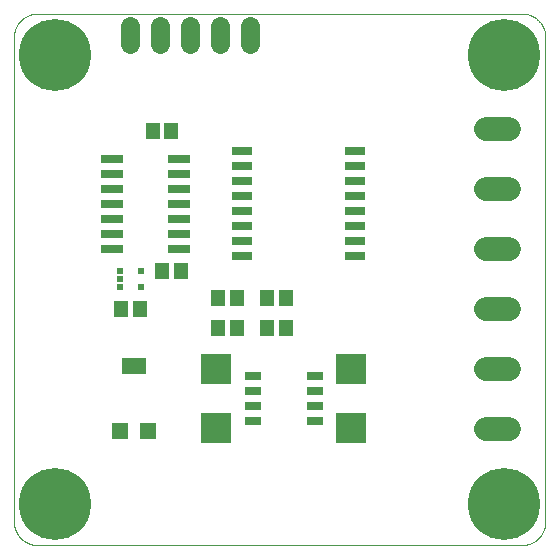
<source format=gts>
G75*
%MOIN*%
%OFA0B0*%
%FSLAX25Y25*%
%IPPOS*%
%LPD*%
%AMOC8*
5,1,8,0,0,1.08239X$1,22.5*
%
%ADD10C,0.00400*%
%ADD11R,0.04731X0.05518*%
%ADD12R,0.09849X0.09849*%
%ADD13R,0.07290X0.03156*%
%ADD14R,0.05518X0.02762*%
%ADD15R,0.07093X0.02959*%
%ADD16C,0.06337*%
%ADD17R,0.05518X0.05518*%
%ADD18R,0.08274X0.05518*%
%ADD19R,0.02369X0.02369*%
%ADD20R,0.02369X0.01975*%
%ADD21C,0.08077*%
%ADD22C,0.24022*%
D10*
X0024406Y0009130D02*
X0024406Y0170547D01*
X0024408Y0170737D01*
X0024415Y0170927D01*
X0024427Y0171117D01*
X0024443Y0171307D01*
X0024463Y0171496D01*
X0024489Y0171685D01*
X0024518Y0171873D01*
X0024553Y0172060D01*
X0024592Y0172246D01*
X0024635Y0172431D01*
X0024683Y0172616D01*
X0024735Y0172799D01*
X0024791Y0172980D01*
X0024852Y0173160D01*
X0024918Y0173339D01*
X0024987Y0173516D01*
X0025061Y0173692D01*
X0025139Y0173865D01*
X0025222Y0174037D01*
X0025308Y0174206D01*
X0025398Y0174374D01*
X0025493Y0174539D01*
X0025591Y0174702D01*
X0025694Y0174862D01*
X0025800Y0175020D01*
X0025910Y0175175D01*
X0026023Y0175328D01*
X0026141Y0175478D01*
X0026262Y0175624D01*
X0026386Y0175768D01*
X0026514Y0175909D01*
X0026645Y0176047D01*
X0026780Y0176182D01*
X0026918Y0176313D01*
X0027059Y0176441D01*
X0027203Y0176565D01*
X0027349Y0176686D01*
X0027499Y0176804D01*
X0027652Y0176917D01*
X0027807Y0177027D01*
X0027965Y0177133D01*
X0028125Y0177236D01*
X0028288Y0177334D01*
X0028453Y0177429D01*
X0028621Y0177519D01*
X0028790Y0177605D01*
X0028962Y0177688D01*
X0029135Y0177766D01*
X0029311Y0177840D01*
X0029488Y0177909D01*
X0029667Y0177975D01*
X0029847Y0178036D01*
X0030028Y0178092D01*
X0030211Y0178144D01*
X0030396Y0178192D01*
X0030581Y0178235D01*
X0030767Y0178274D01*
X0030954Y0178309D01*
X0031142Y0178338D01*
X0031331Y0178364D01*
X0031520Y0178384D01*
X0031710Y0178400D01*
X0031900Y0178412D01*
X0032090Y0178419D01*
X0032280Y0178421D01*
X0193698Y0178421D01*
X0193888Y0178419D01*
X0194078Y0178412D01*
X0194268Y0178400D01*
X0194458Y0178384D01*
X0194647Y0178364D01*
X0194836Y0178338D01*
X0195024Y0178309D01*
X0195211Y0178274D01*
X0195397Y0178235D01*
X0195582Y0178192D01*
X0195767Y0178144D01*
X0195950Y0178092D01*
X0196131Y0178036D01*
X0196311Y0177975D01*
X0196490Y0177909D01*
X0196667Y0177840D01*
X0196843Y0177766D01*
X0197016Y0177688D01*
X0197188Y0177605D01*
X0197357Y0177519D01*
X0197525Y0177429D01*
X0197690Y0177334D01*
X0197853Y0177236D01*
X0198013Y0177133D01*
X0198171Y0177027D01*
X0198326Y0176917D01*
X0198479Y0176804D01*
X0198629Y0176686D01*
X0198775Y0176565D01*
X0198919Y0176441D01*
X0199060Y0176313D01*
X0199198Y0176182D01*
X0199333Y0176047D01*
X0199464Y0175909D01*
X0199592Y0175768D01*
X0199716Y0175624D01*
X0199837Y0175478D01*
X0199955Y0175328D01*
X0200068Y0175175D01*
X0200178Y0175020D01*
X0200284Y0174862D01*
X0200387Y0174702D01*
X0200485Y0174539D01*
X0200580Y0174374D01*
X0200670Y0174206D01*
X0200756Y0174037D01*
X0200839Y0173865D01*
X0200917Y0173692D01*
X0200991Y0173516D01*
X0201060Y0173339D01*
X0201126Y0173160D01*
X0201187Y0172980D01*
X0201243Y0172799D01*
X0201295Y0172616D01*
X0201343Y0172431D01*
X0201386Y0172246D01*
X0201425Y0172060D01*
X0201460Y0171873D01*
X0201489Y0171685D01*
X0201515Y0171496D01*
X0201535Y0171307D01*
X0201551Y0171117D01*
X0201563Y0170927D01*
X0201570Y0170737D01*
X0201572Y0170547D01*
X0201572Y0009130D01*
X0201570Y0008940D01*
X0201563Y0008750D01*
X0201551Y0008560D01*
X0201535Y0008370D01*
X0201515Y0008181D01*
X0201489Y0007992D01*
X0201460Y0007804D01*
X0201425Y0007617D01*
X0201386Y0007431D01*
X0201343Y0007246D01*
X0201295Y0007061D01*
X0201243Y0006878D01*
X0201187Y0006697D01*
X0201126Y0006517D01*
X0201060Y0006338D01*
X0200991Y0006161D01*
X0200917Y0005985D01*
X0200839Y0005812D01*
X0200756Y0005640D01*
X0200670Y0005471D01*
X0200580Y0005303D01*
X0200485Y0005138D01*
X0200387Y0004975D01*
X0200284Y0004815D01*
X0200178Y0004657D01*
X0200068Y0004502D01*
X0199955Y0004349D01*
X0199837Y0004199D01*
X0199716Y0004053D01*
X0199592Y0003909D01*
X0199464Y0003768D01*
X0199333Y0003630D01*
X0199198Y0003495D01*
X0199060Y0003364D01*
X0198919Y0003236D01*
X0198775Y0003112D01*
X0198629Y0002991D01*
X0198479Y0002873D01*
X0198326Y0002760D01*
X0198171Y0002650D01*
X0198013Y0002544D01*
X0197853Y0002441D01*
X0197690Y0002343D01*
X0197525Y0002248D01*
X0197357Y0002158D01*
X0197188Y0002072D01*
X0197016Y0001989D01*
X0196843Y0001911D01*
X0196667Y0001837D01*
X0196490Y0001768D01*
X0196311Y0001702D01*
X0196131Y0001641D01*
X0195950Y0001585D01*
X0195767Y0001533D01*
X0195582Y0001485D01*
X0195397Y0001442D01*
X0195211Y0001403D01*
X0195024Y0001368D01*
X0194836Y0001339D01*
X0194647Y0001313D01*
X0194458Y0001293D01*
X0194268Y0001277D01*
X0194078Y0001265D01*
X0193888Y0001258D01*
X0193698Y0001256D01*
X0032280Y0001256D01*
X0032090Y0001258D01*
X0031900Y0001265D01*
X0031710Y0001277D01*
X0031520Y0001293D01*
X0031331Y0001313D01*
X0031142Y0001339D01*
X0030954Y0001368D01*
X0030767Y0001403D01*
X0030581Y0001442D01*
X0030396Y0001485D01*
X0030211Y0001533D01*
X0030028Y0001585D01*
X0029847Y0001641D01*
X0029667Y0001702D01*
X0029488Y0001768D01*
X0029311Y0001837D01*
X0029135Y0001911D01*
X0028962Y0001989D01*
X0028790Y0002072D01*
X0028621Y0002158D01*
X0028453Y0002248D01*
X0028288Y0002343D01*
X0028125Y0002441D01*
X0027965Y0002544D01*
X0027807Y0002650D01*
X0027652Y0002760D01*
X0027499Y0002873D01*
X0027349Y0002991D01*
X0027203Y0003112D01*
X0027059Y0003236D01*
X0026918Y0003364D01*
X0026780Y0003495D01*
X0026645Y0003630D01*
X0026514Y0003768D01*
X0026386Y0003909D01*
X0026262Y0004053D01*
X0026141Y0004199D01*
X0026023Y0004349D01*
X0025910Y0004502D01*
X0025800Y0004657D01*
X0025694Y0004815D01*
X0025591Y0004975D01*
X0025493Y0005138D01*
X0025398Y0005303D01*
X0025308Y0005471D01*
X0025222Y0005640D01*
X0025139Y0005812D01*
X0025061Y0005985D01*
X0024987Y0006161D01*
X0024918Y0006338D01*
X0024852Y0006517D01*
X0024791Y0006697D01*
X0024735Y0006878D01*
X0024683Y0007061D01*
X0024635Y0007246D01*
X0024592Y0007431D01*
X0024553Y0007617D01*
X0024518Y0007804D01*
X0024489Y0007992D01*
X0024463Y0008181D01*
X0024443Y0008370D01*
X0024427Y0008560D01*
X0024415Y0008750D01*
X0024408Y0008940D01*
X0024406Y0009130D01*
D11*
X0092507Y0073756D03*
X0098806Y0073756D03*
X0108757Y0073756D03*
X0115056Y0073756D03*
X0115056Y0083756D03*
X0108757Y0083756D03*
X0098806Y0083756D03*
X0092507Y0083756D03*
X0080056Y0092506D03*
X0073757Y0092506D03*
X0066306Y0080006D03*
X0060007Y0080006D03*
X0070632Y0139381D03*
X0076931Y0139381D03*
D12*
X0091906Y0059848D03*
X0091906Y0040163D03*
X0136906Y0040163D03*
X0136906Y0059848D03*
D13*
X0079278Y0100006D03*
X0079278Y0105006D03*
X0079278Y0110006D03*
X0079278Y0115006D03*
X0079278Y0120006D03*
X0079278Y0125006D03*
X0079278Y0130006D03*
X0057034Y0130006D03*
X0057034Y0125006D03*
X0057034Y0120006D03*
X0057034Y0115006D03*
X0057034Y0110006D03*
X0057034Y0105006D03*
X0057034Y0100006D03*
D14*
X0103973Y0057506D03*
X0103973Y0052506D03*
X0103973Y0047506D03*
X0103973Y0042506D03*
X0124839Y0042506D03*
X0124839Y0047506D03*
X0124839Y0052506D03*
X0124839Y0057506D03*
D15*
X0138225Y0097506D03*
X0138225Y0102506D03*
X0138225Y0107506D03*
X0138225Y0112506D03*
X0138225Y0117506D03*
X0138225Y0122506D03*
X0138225Y0127506D03*
X0138225Y0132506D03*
X0100587Y0132506D03*
X0100587Y0127506D03*
X0100587Y0122506D03*
X0100587Y0117506D03*
X0100587Y0112506D03*
X0100587Y0107506D03*
X0100587Y0102506D03*
X0100587Y0097506D03*
D16*
X0103156Y0168287D02*
X0103156Y0174224D01*
X0093156Y0174224D02*
X0093156Y0168287D01*
X0083156Y0168287D02*
X0083156Y0174224D01*
X0073156Y0174224D02*
X0073156Y0168287D01*
X0063156Y0168287D02*
X0063156Y0174224D01*
D17*
X0059879Y0039179D03*
X0068934Y0039179D03*
D18*
X0064406Y0060833D03*
D19*
X0066699Y0087250D03*
X0066699Y0092762D03*
X0059613Y0092762D03*
X0059613Y0087250D03*
D20*
X0059613Y0090006D03*
D21*
X0181818Y0100006D02*
X0189495Y0100006D01*
X0189495Y0120006D02*
X0181818Y0120006D01*
X0181818Y0140006D02*
X0189495Y0140006D01*
X0189495Y0080006D02*
X0181818Y0080006D01*
X0181818Y0060006D02*
X0189495Y0060006D01*
X0189495Y0040006D02*
X0181818Y0040006D01*
D22*
X0187792Y0015035D03*
X0038186Y0015035D03*
X0038186Y0164642D03*
X0187792Y0164642D03*
M02*

</source>
